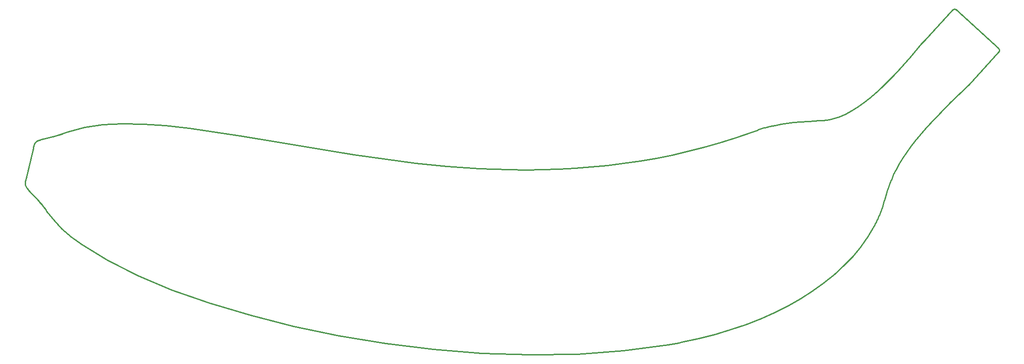
<source format=gbr>
%TF.GenerationSoftware,KiCad,Pcbnew,7.0.6*%
%TF.CreationDate,2023-10-29T15:43:57+01:00*%
%TF.ProjectId,nana,6e616e61-2e6b-4696-9361-645f70636258,rev?*%
%TF.SameCoordinates,Original*%
%TF.FileFunction,Profile,NP*%
%FSLAX46Y46*%
G04 Gerber Fmt 4.6, Leading zero omitted, Abs format (unit mm)*
G04 Created by KiCad (PCBNEW 7.0.6) date 2023-10-29 15:43:57*
%MOMM*%
%LPD*%
G01*
G04 APERTURE LIST*
%TA.AperFunction,Profile*%
%ADD10C,0.250000*%
%TD*%
G04 APERTURE END LIST*
D10*
X74524334Y-83491498D02*
X74412341Y-83526566D01*
X228524189Y-98911378D02*
X228632744Y-98651581D01*
X70880398Y-96440547D02*
X70974452Y-96548152D01*
X68099088Y-91771835D02*
X68041821Y-92013744D01*
X98788483Y-82298057D02*
X94337057Y-81802125D01*
X70974452Y-96548152D02*
X71064544Y-96653460D01*
X69798693Y-85078258D02*
X69767342Y-85124889D01*
X242422379Y-60013936D02*
X242403338Y-60031823D01*
X68204069Y-93469288D02*
X68245335Y-93525433D01*
X206643688Y-82331959D02*
X206375478Y-82417533D01*
X242907059Y-59896204D02*
X242881871Y-59890359D01*
X74412341Y-83526566D02*
X74287686Y-83563864D01*
X71672014Y-97469541D02*
X71828651Y-97703439D01*
X251123936Y-67865073D02*
X251134542Y-67841521D01*
X118435103Y-119608878D02*
X126960122Y-121379603D01*
X242403338Y-60031823D02*
X242385108Y-60050711D01*
X67953391Y-92861967D02*
X67961880Y-92911423D01*
X236833279Y-66106723D02*
X236647810Y-66318552D01*
X227848671Y-100347417D02*
X227975920Y-100096195D01*
X67984434Y-92290394D02*
X67961726Y-92431136D01*
X70003774Y-84855935D02*
X69986264Y-84871316D01*
X231567595Y-90458575D02*
X231676888Y-90236476D01*
X71598752Y-97362046D02*
X71672014Y-97469541D01*
X89093372Y-110052535D02*
X95516741Y-112745834D01*
X228725086Y-98421928D02*
X228989581Y-97713056D01*
X227978133Y-75614185D02*
X226844084Y-76585808D01*
X235382255Y-84663656D02*
X236279089Y-83577720D01*
X68333555Y-93637425D02*
X68425856Y-93746920D01*
X79106744Y-82123814D02*
X76017273Y-82963232D01*
X218420355Y-80812567D02*
X218282505Y-80827150D01*
X242674495Y-59889034D02*
X242649154Y-59894577D01*
X251074249Y-67323941D02*
X251058432Y-67303351D01*
X230631003Y-92662945D02*
X230717391Y-92431175D01*
X218140253Y-80840621D02*
X217859610Y-80863000D01*
X76017273Y-82963232D02*
X75022938Y-83323601D01*
X141354535Y-88866370D02*
X129761870Y-87302222D01*
X251126721Y-67412854D02*
X251115257Y-67389730D01*
X69826900Y-85041065D02*
X69812630Y-85059538D01*
X67946566Y-92812195D02*
X67953391Y-92861967D01*
X171329943Y-89832998D02*
X168261563Y-89996764D01*
X220172453Y-109810391D02*
X221986997Y-108144568D01*
X78665756Y-104257913D02*
X83443328Y-107212090D01*
X242830630Y-59882364D02*
X242804683Y-59880262D01*
X211276361Y-81383939D02*
X210116430Y-81558304D01*
X190935405Y-122731209D02*
X191454844Y-122630210D01*
X228199476Y-99635483D02*
X228311379Y-99395785D01*
X71531589Y-97265863D02*
X71598752Y-97362046D01*
X200666511Y-120248640D02*
X203534712Y-119254225D01*
X243049445Y-59956210D02*
X243026968Y-59943321D01*
X251137029Y-67436521D02*
X251126721Y-67412854D01*
X76635130Y-102748618D02*
X78665756Y-104257913D01*
X68518074Y-93851370D02*
X68685637Y-94035018D01*
X232284310Y-89111938D02*
X232967496Y-87989664D01*
X227975920Y-100096195D02*
X228085398Y-99874174D01*
X153383275Y-89891514D02*
X147321814Y-89464576D01*
X231446454Y-90712770D02*
X231567595Y-90458575D01*
X230145172Y-94099500D02*
X230380970Y-93378376D01*
X217859610Y-80863000D02*
X217729735Y-80871294D01*
X221621054Y-79914604D02*
X221031973Y-80152845D01*
X251175246Y-67665820D02*
X251176060Y-67639700D01*
X242726125Y-59881688D02*
X242700181Y-59884727D01*
X236486443Y-66506276D02*
X234472057Y-68858802D01*
X233717511Y-86872371D02*
X234525401Y-85762788D01*
X226457237Y-102741690D02*
X227603140Y-100816149D01*
X217612499Y-80877249D02*
X217348091Y-80887062D01*
X230380970Y-93378376D02*
X230631003Y-92662945D01*
X188852646Y-123108118D02*
X189374002Y-123017562D01*
X71455797Y-97160173D02*
X71531589Y-97265863D01*
X74899340Y-83366432D02*
X74774115Y-83409034D01*
X70103699Y-84778972D02*
X70057948Y-84811607D01*
X210116430Y-81558304D02*
X209036789Y-81750929D01*
X226844084Y-76585808D02*
X225698788Y-77485341D01*
X251173819Y-67587274D02*
X251170787Y-67561315D01*
X69887064Y-84969815D02*
X69871573Y-84987231D01*
X205892301Y-82586792D02*
X205644090Y-82678247D01*
X242506037Y-59952820D02*
X242484079Y-59966495D01*
X177464632Y-89298637D02*
X174398285Y-89601015D01*
X69548901Y-85693298D02*
X69513893Y-85828344D01*
X69871573Y-84987231D02*
X69856360Y-85004906D01*
X229468893Y-96274867D02*
X229694559Y-95549942D01*
X74648647Y-83450902D02*
X74524334Y-83491498D01*
X67946235Y-92567840D02*
X67941953Y-92633353D01*
X206913122Y-82250365D02*
X206643688Y-82331959D01*
X67961880Y-92911423D02*
X67972022Y-92960567D01*
X206375478Y-82417533D02*
X206141117Y-82497100D01*
X68070113Y-93251083D02*
X68097889Y-93304047D01*
X251175600Y-67613455D02*
X251173819Y-67587274D01*
X242956359Y-59911519D02*
X242931896Y-59903258D01*
X242856382Y-59885742D02*
X242830630Y-59882364D01*
X126960122Y-121379603D02*
X135762639Y-122836181D01*
X206291878Y-118164794D02*
X208932112Y-116983516D01*
X231016695Y-91678124D02*
X231120318Y-91435542D01*
X215155811Y-80991569D02*
X213804243Y-81098467D01*
X242442217Y-59997079D02*
X242422379Y-60013936D01*
X230922528Y-91907007D02*
X231016695Y-91678124D01*
X67940375Y-92696276D02*
X67941816Y-92756064D01*
X218282505Y-80827150D02*
X218140253Y-80840621D01*
X207151161Y-82182654D02*
X206913122Y-82250365D01*
X69856360Y-85004906D02*
X69841473Y-85022858D01*
X180467382Y-124237840D02*
X188852646Y-123108118D01*
X183583589Y-88473874D02*
X180527044Y-88923660D01*
X245480241Y-74045763D02*
X251036706Y-67993909D01*
X219258470Y-80675454D02*
X218665803Y-80781261D01*
X156026260Y-90013637D02*
X154968840Y-89969632D01*
X243071286Y-59970213D02*
X243049445Y-59956210D01*
X74017012Y-83641293D02*
X73506515Y-83780536D01*
X70268509Y-84689317D02*
X70209609Y-84717843D01*
X69918980Y-84935840D02*
X69902870Y-84952690D01*
X251159303Y-67768206D02*
X251165154Y-67743019D01*
X174398285Y-89601015D02*
X171329943Y-89832998D01*
X251053972Y-67974141D02*
X251070179Y-67953634D01*
X231299609Y-72371885D02*
X230207232Y-73496742D01*
X90128308Y-81500214D02*
X86177104Y-81428829D01*
X69952037Y-84902998D02*
X69935359Y-84919267D01*
X228412651Y-99169931D02*
X228524189Y-98911378D01*
X242528585Y-59940237D02*
X242506037Y-59952820D01*
X242599535Y-59909314D02*
X242575382Y-59918471D01*
X69455890Y-86070348D02*
X68099088Y-91771835D01*
X71220692Y-96845359D02*
X71299558Y-96948675D01*
X71064544Y-96653460D02*
X71147659Y-96753537D01*
X225135300Y-104607055D02*
X226457237Y-102741690D01*
X69709215Y-85232476D02*
X69682342Y-85292150D01*
X251041566Y-67283520D02*
X251023686Y-67264460D01*
X198710330Y-85026090D02*
X195712257Y-85882821D01*
X216092117Y-112920337D02*
X218205509Y-111403371D01*
X67941816Y-92756064D02*
X67946566Y-92812195D01*
X94337057Y-81802125D02*
X90128308Y-81500214D01*
X70529179Y-84588013D02*
X70461510Y-84611482D01*
X186632318Y-87947105D02*
X183583589Y-88473874D01*
X69935359Y-84919267D02*
X69918980Y-84935840D01*
X208045640Y-81959752D02*
X207151161Y-82182654D01*
X213804243Y-81098467D02*
X212508361Y-81229964D01*
X70039620Y-84826085D02*
X70021554Y-84840845D01*
X68012187Y-93105528D02*
X68028804Y-93152908D01*
X229099626Y-74581006D02*
X227978133Y-75614185D01*
X217348091Y-80887062D02*
X217083556Y-80895351D01*
X231120318Y-91435542D02*
X231226013Y-91193787D01*
X251089019Y-67345236D02*
X251074249Y-67323941D01*
X232967496Y-87989664D02*
X233717511Y-86872371D01*
X212508361Y-81229964D02*
X211276361Y-81383939D01*
X69986264Y-84871316D02*
X69968998Y-84886998D01*
X69682342Y-85292150D02*
X69656890Y-85354940D01*
X71828651Y-97703439D02*
X71985033Y-97937572D01*
X71985033Y-97937572D02*
X72124637Y-98141974D01*
X70021554Y-84840845D02*
X70003774Y-84855935D01*
X243092488Y-59985326D02*
X243071286Y-59970213D01*
X221031973Y-80152845D02*
X220441727Y-80359933D01*
X190415446Y-122829461D02*
X190935405Y-122731209D01*
X168261563Y-89996764D02*
X162132379Y-90128440D01*
X251023686Y-67264460D02*
X251004788Y-67246252D01*
X251070179Y-67953634D02*
X251085277Y-67932431D01*
X135762639Y-122836181D02*
X144743516Y-123945227D01*
X69513893Y-85828344D02*
X69455890Y-86070348D01*
X68165400Y-93413464D02*
X68204069Y-93469288D01*
X251176060Y-67639700D02*
X251175600Y-67613455D01*
X251160920Y-67510278D02*
X251154157Y-67485270D01*
X68028804Y-93152908D02*
X68046996Y-93199723D01*
X205644090Y-82678247D02*
X204652057Y-83046501D01*
X75022938Y-83323601D02*
X74899340Y-83366432D01*
X86177104Y-81428829D02*
X82498292Y-81624534D01*
X70330564Y-84662099D02*
X70268509Y-84689317D01*
X251134542Y-67841521D02*
X251143974Y-67817503D01*
X251165154Y-67743019D02*
X251169769Y-67717514D01*
X237186549Y-65712850D02*
X237020364Y-65896306D01*
X218665803Y-80781261D02*
X218549545Y-80797157D01*
X71147659Y-96753537D02*
X71220692Y-96845359D01*
X189374002Y-123017562D02*
X189894964Y-122924757D01*
X69812630Y-85059538D02*
X69798693Y-85078258D01*
X242575382Y-59918471D02*
X242551720Y-59928790D01*
X68425856Y-93746920D02*
X68518074Y-93851370D01*
X68097889Y-93304047D02*
X68129828Y-93358273D01*
X74287686Y-83563864D02*
X74017012Y-83641293D01*
X95516741Y-112745834D02*
X102614246Y-115258584D01*
X70154458Y-84747721D02*
X70103699Y-84778972D01*
X229235697Y-96996637D02*
X229468893Y-96274867D01*
X154968840Y-89969632D02*
X154440254Y-89945116D01*
X222208852Y-79646555D02*
X221621054Y-79914604D01*
X216554866Y-80911354D02*
X215155811Y-80991569D01*
X68685637Y-94035018D02*
X70526151Y-96047412D01*
X236279089Y-83577720D02*
X237206992Y-82507701D01*
X238157019Y-81456352D02*
X240087635Y-79420587D01*
X102614246Y-115258584D02*
X110286756Y-117557405D01*
X82498292Y-81624534D02*
X79106744Y-82123814D01*
X162132379Y-90128440D02*
X156026260Y-90013637D01*
X229694559Y-95549942D02*
X230145172Y-94099500D01*
X73352170Y-99686458D02*
X74859787Y-101223409D01*
X74859787Y-101223409D02*
X76635130Y-102748618D01*
X227719217Y-100597489D02*
X227848671Y-100347417D01*
X251169769Y-67717514D02*
X251173133Y-67691770D01*
X251173133Y-67691770D02*
X251175246Y-67665820D01*
X211449504Y-115713588D02*
X213838139Y-114358136D01*
X67983780Y-93009320D02*
X67997189Y-93057665D01*
X67997189Y-93057665D02*
X68012187Y-93105528D01*
X70526151Y-96047412D02*
X70692762Y-96230563D01*
X242881871Y-59890359D02*
X242856382Y-59885742D01*
X68288680Y-93581579D02*
X68333555Y-93637425D01*
X251170787Y-67561315D02*
X251166456Y-67535632D01*
X251004788Y-67246252D02*
X243132756Y-60018798D01*
X231676888Y-90236476D02*
X232284310Y-89111938D01*
X67972022Y-92960567D02*
X67983780Y-93009320D01*
X70209609Y-84717843D02*
X70154458Y-84747721D01*
X195712257Y-85882821D02*
X192698600Y-86653766D01*
X69841473Y-85022858D02*
X69826900Y-85041065D01*
X251115257Y-67389730D02*
X251102672Y-67367170D01*
X218205509Y-111403371D02*
X220172453Y-109810391D01*
X189671301Y-87341123D02*
X186632318Y-87947105D01*
X228311379Y-99395785D02*
X228412651Y-99169931D01*
X219850506Y-80534588D02*
X219258470Y-80675454D01*
X171764681Y-124852999D02*
X180467382Y-124237840D01*
X242778565Y-59879447D02*
X242752313Y-59879910D01*
X228085398Y-99874174D02*
X228199476Y-99635483D01*
X243132756Y-60018798D02*
X243113000Y-60001531D01*
X234472057Y-68858802D02*
X232375417Y-71216954D01*
X213838139Y-114358136D02*
X216092117Y-112920337D01*
X147321814Y-89464576D02*
X141354535Y-88866370D01*
X197693200Y-121144897D02*
X200666511Y-120248640D01*
X68041821Y-92013744D02*
X68011938Y-92149856D01*
X242385108Y-60050711D02*
X237186549Y-65712850D01*
X242752313Y-59879910D02*
X242726125Y-59881688D01*
X69902870Y-84952690D02*
X69887064Y-84969815D01*
X144743516Y-123945227D02*
X153803591Y-124673308D01*
X241999407Y-77492306D02*
X245480241Y-74045763D01*
X67941953Y-92633353D02*
X67940375Y-92696276D01*
X231327817Y-90968152D02*
X231446454Y-90712770D01*
X201690913Y-84081378D02*
X198710330Y-85026090D01*
X251112171Y-67888109D02*
X251123936Y-67865073D01*
X228989581Y-97713056D02*
X229235697Y-96996637D01*
X242462805Y-59981260D02*
X242442217Y-59997079D01*
X242804683Y-59880262D02*
X242778565Y-59879447D01*
X218549545Y-80797157D02*
X218420355Y-80812567D01*
X71299558Y-96948675D02*
X71378192Y-97054029D01*
X162843703Y-124987029D02*
X171764681Y-124852999D01*
X251085277Y-67932431D02*
X251099287Y-67910569D01*
X70692762Y-96230563D02*
X70880398Y-96440547D01*
X208932112Y-116983516D02*
X211449504Y-115713588D01*
X240087635Y-79420587D02*
X241999407Y-77492306D01*
X154440254Y-89945116D02*
X153383275Y-89891514D01*
X220441727Y-80359933D02*
X219850506Y-80534588D01*
X68011938Y-92149856D02*
X67984434Y-92290394D01*
X70057948Y-84811607D02*
X70039620Y-84826085D01*
X227603140Y-100816149D02*
X227719217Y-100597489D01*
X221986997Y-108144568D02*
X223643235Y-106409070D01*
X180527044Y-88923660D02*
X177464632Y-89298637D01*
X69588401Y-85555578D02*
X69548901Y-85693298D01*
X243003936Y-59931562D02*
X242980395Y-59920959D01*
X204652057Y-83046501D02*
X201690913Y-84081378D01*
X251146186Y-67460674D02*
X251137029Y-67436521D01*
X242484079Y-59966495D02*
X242462805Y-59981260D01*
X251102672Y-67367170D02*
X251089019Y-67345236D01*
X70799760Y-84505896D02*
X70665752Y-84544673D01*
X83443328Y-107212090D02*
X89093372Y-110052535D01*
X223379849Y-79026224D02*
X222208852Y-79646555D01*
X242931896Y-59903258D02*
X242907059Y-59896204D01*
X242624144Y-59901349D02*
X242599535Y-59909314D01*
X251143974Y-67817503D02*
X251152243Y-67793037D01*
X234525401Y-85762788D02*
X235382255Y-84663656D01*
X69737541Y-85176515D02*
X69709215Y-85232476D01*
X69767342Y-85124889D02*
X69737541Y-85176515D01*
X225698788Y-77485341D02*
X224543603Y-78302315D01*
X251152243Y-67793037D02*
X251159303Y-67768206D01*
X69656890Y-85354940D02*
X69632761Y-85420186D01*
X251099287Y-67910569D02*
X251112171Y-67888109D01*
X71040042Y-84441135D02*
X70799760Y-84505896D01*
X74774115Y-83409034D02*
X74648647Y-83450902D01*
X242649154Y-59894577D02*
X242624144Y-59901349D01*
X69968998Y-84886998D02*
X69952037Y-84902998D01*
X230717391Y-92431175D02*
X230818655Y-92168607D01*
X206141117Y-82497100D02*
X205892301Y-82586792D01*
X251166456Y-67535632D02*
X251160920Y-67510278D01*
X70395107Y-84636167D02*
X70330564Y-84662099D01*
X129761870Y-87302222D02*
X108360033Y-83725832D01*
X237206992Y-82507701D02*
X238157019Y-81456352D01*
X189894964Y-122924757D02*
X190415446Y-122829461D01*
X69609947Y-85487263D02*
X69588401Y-85555578D01*
X71378192Y-97054029D02*
X71455797Y-97160173D01*
X192698600Y-86653766D02*
X189671301Y-87341123D01*
X203534712Y-119254225D02*
X206291878Y-118164794D01*
X67952933Y-92500261D02*
X67946235Y-92567840D01*
X191454844Y-122630210D02*
X194620673Y-121939809D01*
X251036706Y-67993909D02*
X251053972Y-67974141D01*
X69632761Y-85420186D02*
X69609947Y-85487263D01*
X237020364Y-65896306D02*
X236833279Y-66106723D01*
X110286756Y-117557405D02*
X118435103Y-119608878D01*
X228632744Y-98651581D02*
X228725086Y-98421928D01*
X68046996Y-93199723D02*
X68070113Y-93251083D01*
X224543603Y-78302315D02*
X223379849Y-79026224D01*
X251058432Y-67303351D02*
X251041566Y-67283520D01*
X232375417Y-71216954D02*
X231299609Y-72371885D01*
X231226013Y-91193787D02*
X231327817Y-90968152D01*
X68129828Y-93358273D02*
X68165400Y-93413464D01*
X242551720Y-59928790D02*
X242528585Y-59940237D01*
X72124637Y-98141974D02*
X73352170Y-99686458D01*
X70461510Y-84611482D02*
X70395107Y-84636167D01*
X243026968Y-59943321D02*
X243003936Y-59931562D01*
X242980395Y-59920959D02*
X242956359Y-59911519D01*
X67961726Y-92431136D02*
X67952933Y-92500261D01*
X251154157Y-67485270D02*
X251146186Y-67460674D01*
X73506515Y-83780536D02*
X71040042Y-84441135D01*
X209036789Y-81750929D02*
X208045640Y-81959752D01*
X68245335Y-93525433D02*
X68288680Y-93581579D01*
X243113000Y-60001531D02*
X243092488Y-59985326D01*
X153803591Y-124673308D02*
X162843703Y-124987029D01*
X236647810Y-66318552D02*
X236486443Y-66506276D01*
X194620673Y-121939809D02*
X197693200Y-121144897D01*
X70665752Y-84544673D02*
X70529179Y-84588013D01*
X223643235Y-106409070D02*
X225135300Y-104607055D01*
X217729735Y-80871294D02*
X217612499Y-80877249D01*
X217083556Y-80895351D02*
X216554866Y-80911354D01*
X230207232Y-73496742D02*
X229099626Y-74581006D01*
X108360033Y-83725832D02*
X98788483Y-82298057D01*
X230818655Y-92168607D02*
X230922528Y-91907007D01*
X242700181Y-59884727D02*
X242674495Y-59889034D01*
M02*

</source>
